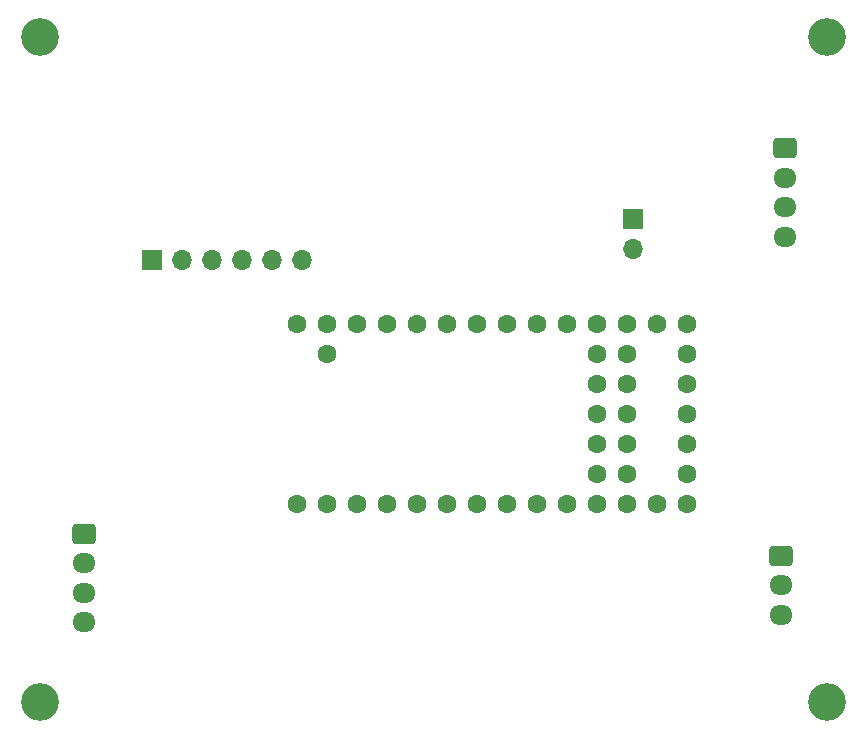
<source format=gbr>
G04 #@! TF.GenerationSoftware,KiCad,Pcbnew,7.0.8*
G04 #@! TF.CreationDate,2024-01-21T01:23:10-07:00*
G04 #@! TF.ProjectId,Pedal Load ,50656461-6c20-44c6-9f61-64202e6b6963,rev?*
G04 #@! TF.SameCoordinates,Original*
G04 #@! TF.FileFunction,Soldermask,Bot*
G04 #@! TF.FilePolarity,Negative*
%FSLAX46Y46*%
G04 Gerber Fmt 4.6, Leading zero omitted, Abs format (unit mm)*
G04 Created by KiCad (PCBNEW 7.0.8) date 2024-01-21 01:23:10*
%MOMM*%
%LPD*%
G01*
G04 APERTURE LIST*
G04 Aperture macros list*
%AMRoundRect*
0 Rectangle with rounded corners*
0 $1 Rounding radius*
0 $2 $3 $4 $5 $6 $7 $8 $9 X,Y pos of 4 corners*
0 Add a 4 corners polygon primitive as box body*
4,1,4,$2,$3,$4,$5,$6,$7,$8,$9,$2,$3,0*
0 Add four circle primitives for the rounded corners*
1,1,$1+$1,$2,$3*
1,1,$1+$1,$4,$5*
1,1,$1+$1,$6,$7*
1,1,$1+$1,$8,$9*
0 Add four rect primitives between the rounded corners*
20,1,$1+$1,$2,$3,$4,$5,0*
20,1,$1+$1,$4,$5,$6,$7,0*
20,1,$1+$1,$6,$7,$8,$9,0*
20,1,$1+$1,$8,$9,$2,$3,0*%
G04 Aperture macros list end*
%ADD10C,3.200000*%
%ADD11O,1.950000X1.700000*%
%ADD12RoundRect,0.250000X-0.725000X0.600000X-0.725000X-0.600000X0.725000X-0.600000X0.725000X0.600000X0*%
%ADD13O,1.700000X1.700000*%
%ADD14R,1.700000X1.700000*%
%ADD15C,1.600000*%
G04 APERTURE END LIST*
D10*
X173800000Y-48145584D03*
D11*
X169925000Y-97100000D03*
X169925000Y-94600000D03*
D12*
X169925000Y-92100000D03*
D10*
X107154416Y-48145584D03*
X173800000Y-104445584D03*
D11*
X170300000Y-65100000D03*
X170300000Y-62600000D03*
X170300000Y-60100000D03*
D12*
X170300000Y-57600000D03*
D11*
X110954416Y-97745584D03*
X110954416Y-95245584D03*
X110954416Y-92745584D03*
D12*
X110954416Y-90245584D03*
D13*
X129404416Y-67045584D03*
X126864416Y-67045584D03*
X124324416Y-67045584D03*
X121784416Y-67045584D03*
X119244416Y-67045584D03*
D14*
X116704416Y-67045584D03*
D15*
X154394416Y-85165584D03*
X156934416Y-85165584D03*
X154394416Y-82625584D03*
X156934416Y-82625584D03*
X154394416Y-80085584D03*
X156934416Y-80085584D03*
X154394416Y-77545584D03*
X156934416Y-77545584D03*
X154394416Y-75005584D03*
X156934416Y-75005584D03*
X131534416Y-75005584D03*
X128994416Y-72465584D03*
X131534416Y-72465584D03*
X134074416Y-72465584D03*
X136614416Y-72465584D03*
X139154416Y-72465584D03*
X141694416Y-72465584D03*
X144234416Y-72465584D03*
X146774416Y-72465584D03*
X149314416Y-72465584D03*
X151854416Y-72465584D03*
X154394416Y-72465584D03*
X156934416Y-72465584D03*
X159474416Y-72465584D03*
X162014416Y-72465584D03*
X162014416Y-75005584D03*
X162014416Y-77545584D03*
X162014416Y-80085584D03*
X162014416Y-82625584D03*
X162014416Y-85165584D03*
X162014416Y-87705584D03*
X159474416Y-87705584D03*
X156934416Y-87705584D03*
X154394416Y-87705584D03*
X151854416Y-87705584D03*
X149314416Y-87705584D03*
X146774416Y-87705584D03*
X144234416Y-87705584D03*
X141694416Y-87705584D03*
X139154416Y-87705584D03*
X136614416Y-87705584D03*
X134074416Y-87705584D03*
X131534416Y-87705584D03*
X128994416Y-87705584D03*
D10*
X107154416Y-104445584D03*
D13*
X157400000Y-66165000D03*
D14*
X157400000Y-63625000D03*
M02*

</source>
